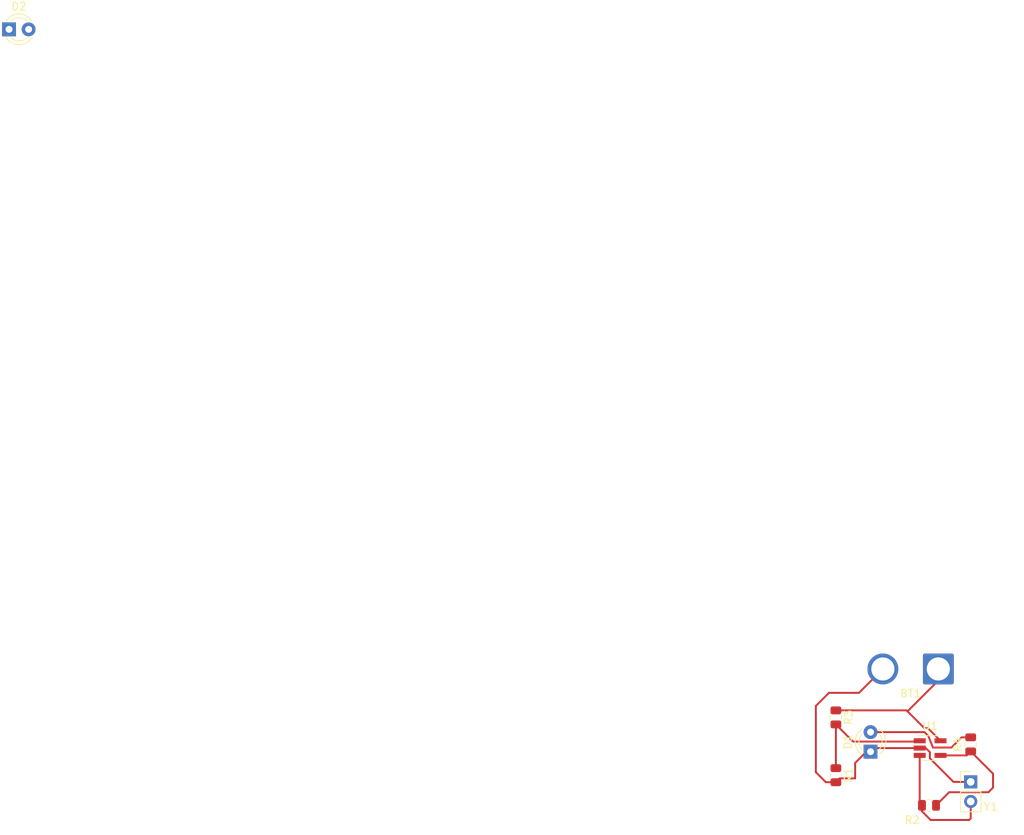
<source format=kicad_pcb>
(kicad_pcb (version 20221018) (generator pcbnew)
  (layers (0 "F.Cu" signal) (31 "B.Cu" signal) (34 "B.Paste" user) (35 "F.Paste" user) (36 "B.SilkS" user "B.Silkscreen") (37 "F.SilkS" user "F.Silkscreen") (38 "B.Mask" user) (39 "F.Mask" user) (44 "Edge.Cuts" user))
  (net 0 "")
  (net 1 "VCC")
  (net 2 "GND")
  (net 3 "Net-(D1-A)")
  (net 6 "Net-(U1-+)")
  (net 7 "Net-(R2-Pad1)")
  (net 8 "Net-(U1--)")
  (footprint "Connector_PinHeader_2.54mm:PinHeader_1x02_P2.54mm_Vertical" (layer "F.Cu") (at 126 99.96)
    (fp_text reference "Y1" (at 2.6 3.24) (layer "F.SilkS"))
    (fp_text value "Piezo Crystal")
    (fp_line (start -1.33 -1.33) (end 0 -1.33) (stroke (width 0.12)) (layer "F.SilkS"))
    (fp_line (start -1.33 0) (end -1.33 -1.33) (stroke (width 0.12)) (layer "F.SilkS"))
    (fp_line (start -1.33 1.27) (end -1.33 3.87) (stroke (width 0.12)) (layer "F.SilkS"))
    (fp_line (start -1.33 1.27) (end 1.33 1.27) (stroke (width 0.12)) (layer "F.SilkS"))
    (fp_line (start -1.33 3.87) (end 1.33 3.87) (stroke (width 0.12)) (layer "F.SilkS"))
    (fp_line (start 1.33 1.27) (end 1.33 3.87) (stroke (width 0.12)) (layer "F.SilkS"))
    (pad "1" thru_hole rect (at 0 0) (size 1.7 1.7) (drill 1) (layers "*.Cu" "*.Mask") (net 2 "GND"))
    (pad "2" thru_hole oval (at 0 2.54) (size 1.7 1.7) (drill 1) (layers "*.Cu" "*.Mask") (net 8 "Net-(U1--)"))
  )
  (footprint "Resistor_SMD:R_0805_2012Metric" (layer "F.Cu") (at 126 95.0875 90)
    (fp_text reference "R4" (at 0 -1.65 90) (layer "F.SilkS"))
    (fp_text value "220")
    (fp_line (start -0.227064 -0.735) (end 0.227064 -0.735) (stroke (width 0.12)) (layer "F.SilkS"))
    (fp_line (start -0.227064 0.735) (end 0.227064 0.735) (stroke (width 0.12)) (layer "F.SilkS"))
    (pad "1" smd roundrect (at -0.9125 0 90) (size 1.025 1.4) (layers "F.Cu" "F.Paste" "F.Mask") (roundrect_rratio 0.243902439) (net 7 "Net-(R2-Pad1)"))
    (pad "2" smd roundrect (at 0.9125 0 90) (size 1.025 1.4) (layers "F.Cu" "F.Paste" "F.Mask") (roundrect_rratio 0.243902439) (net 3 "Net-(D1-A)"))
  )
  (footprint "Package_TO_SOT_SMD:SOT-23-5_HandSoldering" (layer "F.Cu") (at 120.73 95.57)
    (fp_text reference "U1" (at 0 -2.9) (layer "F.SilkS"))
    (fp_text value "LMV321")
    (fp_line (start -0.9 1.61) (end 0.9 1.61) (stroke (width 0.12)) (layer "F.SilkS"))
    (fp_line (start 0.9 -1.61) (end -1.55 -1.61) (stroke (width 0.12)) (layer "F.SilkS"))
    (pad "1" smd rect (at -1.35 -0.95) (size 1.56 0.65) (layers "F.Cu" "F.Paste" "F.Mask") (net 6 "Net-(U1-+)"))
    (pad "2" smd rect (at -1.35 0) (size 1.56 0.65) (layers "F.Cu" "F.Paste" "F.Mask") (net 2 "GND"))
    (pad "3" smd rect (at -1.35 0.95) (size 1.56 0.65) (layers "F.Cu" "F.Paste" "F.Mask") (net 8 "Net-(U1--)"))
    (pad "4" smd rect (at 1.35 0.95) (size 1.56 0.65) (layers "F.Cu" "F.Paste" "F.Mask") (net 7 "Net-(R2-Pad1)"))
    (pad "5" smd rect (at 1.35 -0.95) (size 1.56 0.65) (layers "F.Cu" "F.Paste" "F.Mask") (net 1 "VCC"))
  )
  (footprint "Connector_Wire:SolderWire-2.5sqmm_1x02_P7.2mm_D2.4mm_OD3.6mm" (layer "F.Cu") (at 121.8 85.3 180)
    (fp_text reference "BT1" (at 3.6 -3.2) (layer "F.SilkS"))
    (fp_text value "Battery Cell")
    (pad "1" thru_hole roundrect (at 0 0 180) (size 4 4) (drill 3) (layers "*.Cu" "*.Mask") (roundrect_rratio 0.0625) (net 1 "VCC"))
    (pad "2" thru_hole circle (at 7.2 0 180) (size 4 4) (drill 3) (layers "*.Cu" "*.Mask") (net 2 "GND"))
  )
  (footprint "Resistor_SMD:R_0805_2012Metric" (layer "F.Cu") (at 120.5875 103 180)
    (fp_text reference "R2" (at 2.1875 -1.9) (layer "F.SilkS"))
    (fp_text value "10M")
    (fp_line (start -0.227064 -0.735) (end 0.227064 -0.735) (stroke (width 0.12)) (layer "F.SilkS"))
    (fp_line (start -0.227064 0.735) (end 0.227064 0.735) (stroke (width 0.12)) (layer "F.SilkS"))
    (pad "1" smd roundrect (at -0.9125 0 180) (size 1.025 1.4) (layers "F.Cu" "F.Paste" "F.Mask") (roundrect_rratio 0.243902439) (net 7 "Net-(R2-Pad1)"))
    (pad "2" smd roundrect (at 0.9125 0 180) (size 1.025 1.4) (layers "F.Cu" "F.Paste" "F.Mask") (roundrect_rratio 0.243902439) (net 8 "Net-(U1--)"))
  )
  (footprint "LED_THT:LED_D3.0mm" (layer "F.Cu") (at 113 96.04 90)
    (fp_text reference "D1" (at 1.27 -2.96 90) (layer "F.SilkS"))
    (fp_text value "LED")
    (fp_line (start -0.29 -1.236) (end -0.29 -1.08) (stroke (width 0.12)) (layer "F.SilkS"))
    (fp_line (start -0.29 1.08) (end -0.29 1.236) (stroke (width 0.12)) (layer "F.SilkS"))
    (fp_arc (start -0.29 -1.235516) (mid 1.366487 -1.987659) (end 2.942335 -1.078608) (stroke (width 0.12)) (layer "F.SilkS"))
    (fp_arc (start 0.229039 -1.08) (mid 1.270117 -1.5) (end 2.31113 -1.079837) (stroke (width 0.12)) (layer "F.SilkS"))
    (fp_arc (start 2.31113 1.079837) (mid 1.270117 1.5) (end 0.229039 1.08) (stroke (width 0.12)) (layer "F.SilkS"))
    (fp_arc (start 2.942335 1.078608) (mid 1.366487 1.987659) (end -0.29 1.235516) (stroke (width 0.12)) (layer "F.SilkS"))
    (pad "1" thru_hole rect (at 0 0 90) (size 1.8 1.8) (drill 0.9) (layers "*.Cu" "*.Mask") (net 2 "GND"))
    (pad "2" thru_hole circle (at 2.54 0 90) (size 1.8 1.8) (drill 0.9) (layers "*.Cu" "*.Mask") (net 3 "Net-(D1-A)"))
  )
  (footprint "Resistor_SMD:R_0805_2012Metric" (layer "F.Cu") (at 108.5 91.5875 -90)
    (fp_text reference "R3" (at 0 -1.65 90) (layer "F.SilkS"))
    (fp_text value "10M")
    (fp_line (start -0.227064 -0.735) (end 0.227064 -0.735) (stroke (width 0.12)) (layer "F.SilkS"))
    (fp_line (start -0.227064 0.735) (end 0.227064 0.735) (stroke (width 0.12)) (layer "F.SilkS"))
    (pad "1" smd roundrect (at -0.9125 0 270) (size 1.025 1.4) (layers "F.Cu" "F.Paste" "F.Mask") (roundrect_rratio 0.243902439) (net 1 "VCC"))
    (pad "2" smd roundrect (at 0.9125 0 270) (size 1.025 1.4) (layers "F.Cu" "F.Paste" "F.Mask") (roundrect_rratio 0.243902439) (net 6 "Net-(U1-+)"))
  )
  (footprint "Resistor_SMD:R_0805_2012Metric" (layer "F.Cu") (at 108.5 99.0875 -90)
    (fp_text reference "R1" (at 0 -1.65 90) (layer "F.SilkS"))
    (fp_text value "10M")
    (fp_line (start -0.227064 -0.735) (end 0.227064 -0.735) (stroke (width 0.12)) (layer "F.SilkS"))
    (fp_line (start -0.227064 0.735) (end 0.227064 0.735) (stroke (width 0.12)) (layer "F.SilkS"))
    (pad "1" smd roundrect (at -0.9125 0 270) (size 1.025 1.4) (layers "F.Cu" "F.Paste" "F.Mask") (roundrect_rratio 0.243902439) (net 6 "Net-(U1-+)"))
    (pad "2" smd roundrect (at 0.9125 0 270) (size 1.025 1.4) (layers "F.Cu" "F.Paste" "F.Mask") (roundrect_rratio 0.243902439) (net 2 "GND"))
  )
  (footprint "LED_THT:LED_D3.0mm" (layer "F.Cu") (at 1.175 2.275)
    (fp_text reference "D2" (at 1.27 -2.96) (layer "F.SilkS"))
    (fp_text value "LED")
    (fp_line (start -0.29 -1.236) (end -0.29 -1.08) (stroke (width 0.12)) (layer "F.SilkS"))
    (fp_line (start -0.29 1.08) (end -0.29 1.236) (stroke (width 0.12)) (layer "F.SilkS"))
    (fp_arc (start -0.29 -1.235516) (mid 1.366487 -1.987659) (end 2.942335 -1.078608) (stroke (width 0.12)) (layer "F.SilkS"))
    (fp_arc (start 0.229039 -1.08) (mid 1.270117 -1.5) (end 2.31113 -1.079837) (stroke (width 0.12)) (layer "F.SilkS"))
    (fp_arc (start 2.31113 1.079837) (mid 1.270117 1.5) (end 0.229039 1.08) (stroke (width 0.12)) (layer "F.SilkS"))
    (fp_arc (start 2.942335 1.078608) (mid 1.366487 1.987659) (end -0.29 1.235516) (stroke (width 0.12)) (layer "F.SilkS"))
    (pad "1" thru_hole rect (at 0 0) (size 1.8 1.8) (drill 0.9) (layers "*.Cu" "*.Mask"))
    (pad "2" thru_hole circle (at 2.54 0) (size 1.8 1.8) (drill 0.9) (layers "*.Cu" "*.Mask"))
  )
  (segment (start 108.5 90.675) (end 117.675 90.675) (width 0.25) (layer "F.Cu") (net 1))
  (segment (start 117.8 90.8) (end 120 93) (width 0.25) (layer "F.Cu") (net 1))
  (segment (start 121.8 86.8) (end 117.8 90.8) (width 0.25) (layer "F.Cu") (net 1))
  (segment (start 117.675 90.675) (end 117.8 90.8) (width 0.25) (layer "F.Cu") (net 1))
  (segment (start 120 93) (end 120.46 93) (width 0.25) (layer "F.Cu") (net 1))
  (segment (start 120.46 93) (end 122.08 94.62) (width 0.25) (layer "F.Cu") (net 1))
  (segment (start 121.8 85.3) (end 121.8 86.8) (width 0.25) (layer "F.Cu") (net 1))
  (segment (start 113.47 95.57) (end 113 96.04) (width 0.25) (layer "F.Cu") (net 2))
  (segment (start 126 99.96) (end 123.765 99.96) (width 0.25) (layer "F.Cu") (net 2))
  (segment (start 111 97.5) (end 111 99.5) (width 0.25) (layer "F.Cu") (net 2))
  (segment (start 105.9 98.7) (end 105.9 90.1) (width 0.25) (layer "F.Cu") (net 2))
  (segment (start 108.5 100) (end 107.2 100) (width 0.25) (layer "F.Cu") (net 2))
  (segment (start 111 99.5) (end 109 99.5) (width 0.25) (layer "F.Cu") (net 2))
  (segment (start 120.17 95.57) (end 119.38 95.57) (width 0.25) (layer "F.Cu") (net 2))
  (segment (start 120.7 96.1) (end 120.17 95.57) (width 0.25) (layer "F.Cu") (net 2))
  (segment (start 105.9 90.1) (end 107.6 88.4) (width 0.25) (layer "F.Cu") (net 2))
  (segment (start 119.38 95.57) (end 113.47 95.57) (width 0.25) (layer "F.Cu") (net 2))
  (segment (start 112.46 96.04) (end 111 97.5) (width 0.25) (layer "F.Cu") (net 2))
  (segment (start 120.7 96.895) (end 120.7 96.1) (width 0.25) (layer "F.Cu") (net 2))
  (segment (start 113 96.04) (end 112.46 96.04) (width 0.25) (layer "F.Cu") (net 2))
  (segment (start 123.765 99.96) (end 120.7 96.895) (width 0.25) (layer "F.Cu") (net 2))
  (segment (start 111.5 88.4) (end 114.6 85.3) (width 0.25) (layer "F.Cu") (net 2))
  (segment (start 109 99.5) (end 108.5 100) (width 0.25) (layer "F.Cu") (net 2))
  (segment (start 107.2 100) (end 105.9 98.7) (width 0.25) (layer "F.Cu") (net 2))
  (segment (start 107.6 88.4) (end 111.5 88.4) (width 0.25) (layer "F.Cu") (net 2))
  (segment (start 120 93.5) (end 120.5 94) (width 0.25) (layer "F.Cu") (net 3))
  (segment (start 121.1 95.5) (end 123.5 95.5) (width 0.25) (layer "F.Cu") (net 3))
  (segment (start 113 93.5) (end 120 93.5) (width 0.25) (layer "F.Cu") (net 3))
  (segment (start 123.5 95.5) (end 124.825 94.175) (width 0.25) (layer "F.Cu") (net 3))
  (segment (start 120.5 94) (end 121.1 95.5) (width 0.25) (layer "F.Cu") (net 3))
  (segment (start 124.825 94.175) (end 126 94.175) (width 0.25) (layer "F.Cu") (net 3))
  (segment (start 119.275 94.725) (end 110.725 94.725) (width 0.25) (layer "F.Cu") (net 6))
  (segment (start 108.5 98.175) (end 108.5 92.5) (width 0.25) (layer "F.Cu") (net 6))
  (segment (start 110.725 94.725) (end 108.5 92.5) (width 0.25) (layer "F.Cu") (net 6))
  (segment (start 119.38 94.62) (end 119.275 94.725) (width 0.25) (layer "F.Cu") (net 6))
  (segment (start 128.3 101.3) (end 128.9 100.7) (width 0.25) (layer "F.Cu") (net 7))
  (segment (start 128.9 98.9) (end 126 96) (width 0.25) (layer "F.Cu") (net 7))
  (segment (start 122.08 96.52) (end 125.48 96.52) (width 0.25) (layer "F.Cu") (net 7))
  (segment (start 125.48 96.52) (end 126 96) (width 0.25) (layer "F.Cu") (net 7))
  (segment (start 123.2 101.3) (end 128.3 101.3) (width 0.25) (layer "F.Cu") (net 7))
  (segment (start 128.9 100.7) (end 128.9 98.9) (width 0.25) (layer "F.Cu") (net 7))
  (segment (start 121.5 103) (end 123.2 101.3) (width 0.25) (layer "F.Cu") (net 7))
  (segment (start 125.8 104.9) (end 126 104.7) (width 0.25) (layer "F.Cu") (net 8))
  (segment (start 119.675 103) (end 119.675 103.775) (width 0.25) (layer "F.Cu") (net 8))
  (segment (start 120.8 104.9) (end 125.8 104.9) (width 0.25) (layer "F.Cu") (net 8))
  (segment (start 119.38 96.52) (end 119.38 102.705) (width 0.25) (layer "F.Cu") (net 8))
  (segment (start 126 104.7) (end 126 102.5) (width 0.25) (layer "F.Cu") (net 8))
  (segment (start 119.38 102.705) (end 119.675 103) (width 0.25) (layer "F.Cu") (net 8))
  (segment (start 119.675 103.775) (end 120.8 104.9) (width 0.25) (layer "F.Cu") (net 8))
)
</source>
